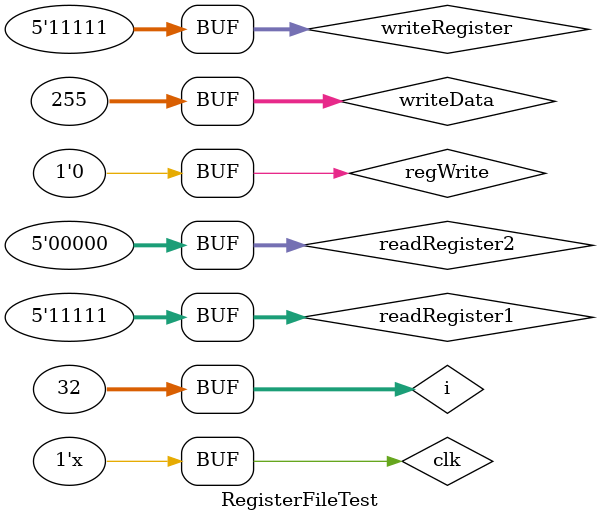
<source format=v>
`timescale 1ns / 1ps


module RegisterFileTest;

	// Inputs
	reg [4:0] readRegister1;
	reg [4:0] readRegister2;
	reg [4:0] writeRegister;
	reg [31:0]writeData;
	reg regWrite;
	reg clk;

	// Outputs
	wire [31:0] readData1;
	wire [31:0] readData2;

	// Instantiate the Unit Under Test (UUT)
	RegisterFile uut (
		.readRegister1(readRegister1), 
		.readRegister2(readRegister2), 
		.writeRegister(writeRegister), 
		.writeData(writeData), 
		.regWrite(regWrite), 
		.clk(clk), 
		.readData1(readData1),
		.readData2(readData2)
	);

	integer i; 

	initial begin
		//Initialize inputs
		clk = 0;
		
		//Stimuli		
		for (i = 0; i < 32; i = i +1) begin
			writeRegister=i;
			writeData=i;
			regWrite=1;
			#10;
		end
		
		regWrite=0;
		
		for (i = 0; i< 32; i = i + 1) begin
			readRegister1=i;
			readRegister2=(31-i);
			#5;
		end
		
		writeRegister=0;
		writeData=32'hFF;
		regWrite=1;
		#10;
		
		writeRegister=31;
		writeData=32'hFF;
		#10;
		
		regWrite=0;
	end
	
	always begin
		#5 clk=~clk;
	end
      
endmodule


</source>
